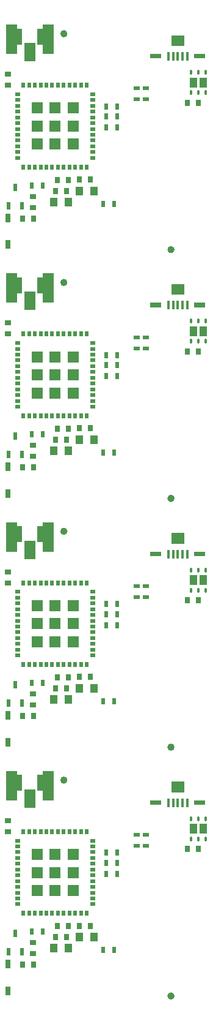
<source format=gbp>
G04*
G04 #@! TF.GenerationSoftware,Altium Limited,Altium Designer,18.1.7 (191)*
G04*
G04 Layer_Color=128*
%FSLAX25Y25*%
%MOIN*%
G70*
G01*
G75*
%ADD12R,0.03000X0.03400*%
%ADD13R,0.06000X0.16000*%
%ADD15R,0.03400X0.03000*%
%ADD31R,0.01968X0.03150*%
%ADD32R,0.03150X0.01968*%
%ADD33R,0.06299X0.06299*%
%ADD34R,0.02400X0.03400*%
G04:AMPARAMS|DCode=36|XSize=15.75mil|YSize=23.62mil|CornerRadius=3.94mil|HoleSize=0mil|Usage=FLASHONLY|Rotation=0.000|XOffset=0mil|YOffset=0mil|HoleType=Round|Shape=RoundedRectangle|*
%AMROUNDEDRECTD36*
21,1,0.01575,0.01575,0,0,0.0*
21,1,0.00787,0.02362,0,0,0.0*
1,1,0.00787,0.00394,-0.00787*
1,1,0.00787,-0.00394,-0.00787*
1,1,0.00787,-0.00394,0.00787*
1,1,0.00787,0.00394,0.00787*
%
%ADD36ROUNDEDRECTD36*%
%ADD37R,0.02400X0.03900*%
%ADD38R,0.02800X0.04800*%
%ADD39R,0.01575X0.05118*%
%ADD41R,0.04200X0.08700*%
%ADD42R,0.04200X0.04200*%
%ADD43R,0.06000X0.10000*%
%ADD44R,0.03900X0.04900*%
%ADD45R,0.03400X0.02400*%
%ADD47C,0.01968*%
%ADD84R,0.03937X0.05512*%
G36*
X121230Y529020D02*
X114144D01*
Y534925D01*
X121230D01*
Y529020D01*
D02*
G37*
G36*
X132648Y522327D02*
X126742D01*
Y524689D01*
X132648D01*
Y522327D01*
D02*
G37*
G36*
X108632D02*
X102726D01*
Y524689D01*
X108632D01*
Y522327D01*
D02*
G37*
G36*
X121230Y393606D02*
X114144D01*
Y399511D01*
X121230D01*
Y393606D01*
D02*
G37*
G36*
X132648Y386913D02*
X126742D01*
Y389275D01*
X132648D01*
Y386913D01*
D02*
G37*
G36*
X108632D02*
X102726D01*
Y389275D01*
X108632D01*
Y386913D01*
D02*
G37*
G36*
X121230Y258193D02*
X114144D01*
Y264098D01*
X121230D01*
Y258193D01*
D02*
G37*
G36*
X132648Y251500D02*
X126742D01*
Y253862D01*
X132648D01*
Y251500D01*
D02*
G37*
G36*
X108632D02*
X102726D01*
Y253862D01*
X108632D01*
Y251500D01*
D02*
G37*
G36*
X121230Y122780D02*
X114144D01*
Y128685D01*
X121230D01*
Y122780D01*
D02*
G37*
G36*
X132648Y116087D02*
X126742D01*
Y118449D01*
X132648D01*
Y116087D01*
D02*
G37*
G36*
X108632D02*
X102726D01*
Y118449D01*
X108632D01*
Y116087D01*
D02*
G37*
D12*
X33000Y29000D02*
D03*
X39000D02*
D03*
X64000Y50200D02*
D03*
X70000D02*
D03*
X57000Y44000D02*
D03*
X51000D02*
D03*
X58000Y50000D02*
D03*
X52000D02*
D03*
X129000Y92000D02*
D03*
X123000D02*
D03*
X33000Y164413D02*
D03*
X39000D02*
D03*
X64000Y185613D02*
D03*
X70000D02*
D03*
X57000Y179413D02*
D03*
X51000D02*
D03*
X58000Y185413D02*
D03*
X52000D02*
D03*
X129000Y227413D02*
D03*
X123000D02*
D03*
X33000Y299827D02*
D03*
X39000D02*
D03*
X64000Y321027D02*
D03*
X70000D02*
D03*
X57000Y314827D02*
D03*
X51000D02*
D03*
X58000Y320827D02*
D03*
X52000D02*
D03*
X129000Y362827D02*
D03*
X123000D02*
D03*
X33000Y435240D02*
D03*
X39000D02*
D03*
X64000Y456440D02*
D03*
X70000D02*
D03*
X57000Y450240D02*
D03*
X51000D02*
D03*
X58000Y456240D02*
D03*
X52000D02*
D03*
X129000Y498240D02*
D03*
X123000D02*
D03*
D13*
X46900Y126500D02*
D03*
X26900D02*
D03*
X46900Y261913D02*
D03*
X26900D02*
D03*
X46900Y397327D02*
D03*
X26900D02*
D03*
X46900Y532740D02*
D03*
X26900D02*
D03*
D15*
X25100Y107500D02*
D03*
Y101500D02*
D03*
X38500Y41000D02*
D03*
Y35000D02*
D03*
X25100Y242913D02*
D03*
Y236913D02*
D03*
X38500Y176413D02*
D03*
Y170413D02*
D03*
X25100Y378327D02*
D03*
Y372327D02*
D03*
X38500Y311827D02*
D03*
Y305827D02*
D03*
X25100Y513740D02*
D03*
Y507740D02*
D03*
X38500Y447240D02*
D03*
Y441240D02*
D03*
D31*
X67996Y57012D02*
D03*
X64846D02*
D03*
X61697D02*
D03*
X58547D02*
D03*
X55398D02*
D03*
X52248D02*
D03*
X49098D02*
D03*
X45949D02*
D03*
X42799D02*
D03*
X39650D02*
D03*
X36500D02*
D03*
X33350D02*
D03*
Y101500D02*
D03*
X36500D02*
D03*
X39650D02*
D03*
X42799D02*
D03*
X45949D02*
D03*
X49098D02*
D03*
X52248D02*
D03*
X55398D02*
D03*
X58547D02*
D03*
X61697D02*
D03*
X64846D02*
D03*
X67996D02*
D03*
Y192425D02*
D03*
X64846D02*
D03*
X61697D02*
D03*
X58547D02*
D03*
X55398D02*
D03*
X52248D02*
D03*
X49098D02*
D03*
X45949D02*
D03*
X42799D02*
D03*
X39650D02*
D03*
X36500D02*
D03*
X33350D02*
D03*
Y236913D02*
D03*
X36500D02*
D03*
X39650D02*
D03*
X42799D02*
D03*
X45949D02*
D03*
X49098D02*
D03*
X52248D02*
D03*
X55398D02*
D03*
X58547D02*
D03*
X61697D02*
D03*
X64846D02*
D03*
X67996D02*
D03*
Y327839D02*
D03*
X64846D02*
D03*
X61697D02*
D03*
X58547D02*
D03*
X55398D02*
D03*
X52248D02*
D03*
X49098D02*
D03*
X45949D02*
D03*
X42799D02*
D03*
X39650D02*
D03*
X36500D02*
D03*
X33350D02*
D03*
Y372327D02*
D03*
X36500D02*
D03*
X39650D02*
D03*
X42799D02*
D03*
X45949D02*
D03*
X49098D02*
D03*
X52248D02*
D03*
X55398D02*
D03*
X58547D02*
D03*
X61697D02*
D03*
X64846D02*
D03*
X67996D02*
D03*
Y463252D02*
D03*
X64846D02*
D03*
X61697D02*
D03*
X58547D02*
D03*
X55398D02*
D03*
X52248D02*
D03*
X49098D02*
D03*
X45949D02*
D03*
X42799D02*
D03*
X39650D02*
D03*
X36500D02*
D03*
X33350D02*
D03*
Y507740D02*
D03*
X36500D02*
D03*
X39650D02*
D03*
X42799D02*
D03*
X45949D02*
D03*
X49098D02*
D03*
X52248D02*
D03*
X55398D02*
D03*
X58547D02*
D03*
X61697D02*
D03*
X64846D02*
D03*
X67996D02*
D03*
D32*
X30201Y61933D02*
D03*
Y65083D02*
D03*
Y68232D02*
D03*
Y71382D02*
D03*
Y74532D02*
D03*
Y77681D02*
D03*
Y80831D02*
D03*
Y83980D02*
D03*
Y87130D02*
D03*
Y90280D02*
D03*
Y93429D02*
D03*
Y96579D02*
D03*
X71146D02*
D03*
Y93429D02*
D03*
Y90280D02*
D03*
Y87130D02*
D03*
Y83980D02*
D03*
Y80831D02*
D03*
Y77681D02*
D03*
Y74532D02*
D03*
Y71382D02*
D03*
Y68232D02*
D03*
Y65083D02*
D03*
Y61933D02*
D03*
X30201Y197346D02*
D03*
Y200496D02*
D03*
Y203646D02*
D03*
Y206795D02*
D03*
Y209945D02*
D03*
Y213094D02*
D03*
Y216244D02*
D03*
Y219394D02*
D03*
Y222543D02*
D03*
Y225693D02*
D03*
Y228842D02*
D03*
Y231992D02*
D03*
X71146D02*
D03*
Y228842D02*
D03*
Y225693D02*
D03*
Y222543D02*
D03*
Y219394D02*
D03*
Y216244D02*
D03*
Y213094D02*
D03*
Y209945D02*
D03*
Y206795D02*
D03*
Y203646D02*
D03*
Y200496D02*
D03*
Y197346D02*
D03*
X30201Y332760D02*
D03*
Y335910D02*
D03*
Y339059D02*
D03*
Y342209D02*
D03*
Y345358D02*
D03*
Y348508D02*
D03*
Y351658D02*
D03*
Y354807D02*
D03*
Y357957D02*
D03*
Y361106D02*
D03*
Y364256D02*
D03*
Y367406D02*
D03*
X71146D02*
D03*
Y364256D02*
D03*
Y361106D02*
D03*
Y357957D02*
D03*
Y354807D02*
D03*
Y351658D02*
D03*
Y348508D02*
D03*
Y345358D02*
D03*
Y342209D02*
D03*
Y339059D02*
D03*
Y335910D02*
D03*
Y332760D02*
D03*
X30201Y468173D02*
D03*
Y471323D02*
D03*
Y474473D02*
D03*
Y477622D02*
D03*
Y480772D02*
D03*
Y483921D02*
D03*
Y487071D02*
D03*
Y490221D02*
D03*
Y493370D02*
D03*
Y496520D02*
D03*
Y499669D02*
D03*
Y502819D02*
D03*
X71146D02*
D03*
Y499669D02*
D03*
Y496520D02*
D03*
Y493370D02*
D03*
Y490221D02*
D03*
Y487071D02*
D03*
Y483921D02*
D03*
Y480772D02*
D03*
Y477622D02*
D03*
Y474473D02*
D03*
Y471323D02*
D03*
Y468173D02*
D03*
D33*
X50673Y79256D02*
D03*
Y89098D02*
D03*
X60515D02*
D03*
Y79256D02*
D03*
Y69413D02*
D03*
X50673D02*
D03*
X40830D02*
D03*
Y79256D02*
D03*
Y89098D02*
D03*
X50673Y214669D02*
D03*
Y224512D02*
D03*
X60515D02*
D03*
Y214669D02*
D03*
Y204826D02*
D03*
X50673D02*
D03*
X40830D02*
D03*
Y214669D02*
D03*
Y224512D02*
D03*
X50673Y350082D02*
D03*
Y359925D02*
D03*
X60515D02*
D03*
Y350082D02*
D03*
Y340240D02*
D03*
X50673D02*
D03*
X40830D02*
D03*
Y350082D02*
D03*
Y359925D02*
D03*
X50673Y485496D02*
D03*
Y495338D02*
D03*
X60515D02*
D03*
Y485496D02*
D03*
Y475653D02*
D03*
X50673D02*
D03*
X40830D02*
D03*
Y485496D02*
D03*
Y495338D02*
D03*
D34*
X77000Y37000D02*
D03*
X83000D02*
D03*
X38000Y47000D02*
D03*
X44000D02*
D03*
X84500Y78500D02*
D03*
X78500D02*
D03*
Y90000D02*
D03*
X84500D02*
D03*
X78500Y84500D02*
D03*
X84500D02*
D03*
X77000Y172413D02*
D03*
X83000D02*
D03*
X38000Y182413D02*
D03*
X44000D02*
D03*
X84500Y213913D02*
D03*
X78500D02*
D03*
Y225413D02*
D03*
X84500D02*
D03*
X78500Y219913D02*
D03*
X84500D02*
D03*
X77000Y307827D02*
D03*
X83000D02*
D03*
X38000Y317827D02*
D03*
X44000D02*
D03*
X84500Y349327D02*
D03*
X78500D02*
D03*
Y360827D02*
D03*
X84500D02*
D03*
X78500Y355327D02*
D03*
X84500D02*
D03*
X77000Y443240D02*
D03*
X83000D02*
D03*
X38000Y453240D02*
D03*
X44000D02*
D03*
X84500Y484740D02*
D03*
X78500D02*
D03*
Y496240D02*
D03*
X84500D02*
D03*
X78500Y490740D02*
D03*
X84500D02*
D03*
D36*
X132937Y108512D02*
D03*
X129000D02*
D03*
X125063D02*
D03*
X132937Y97488D02*
D03*
X129000D02*
D03*
X125063D02*
D03*
X132937Y243925D02*
D03*
X129000D02*
D03*
X125063D02*
D03*
X132937Y232902D02*
D03*
X129000D02*
D03*
X125063D02*
D03*
X132937Y379339D02*
D03*
X129000D02*
D03*
X125063D02*
D03*
X132937Y368315D02*
D03*
X129000D02*
D03*
X125063D02*
D03*
X132937Y514752D02*
D03*
X129000D02*
D03*
X125063D02*
D03*
X132937Y503728D02*
D03*
X129000D02*
D03*
X125063D02*
D03*
D37*
X32700Y36000D02*
D03*
X25300D02*
D03*
X29000Y46000D02*
D03*
X32700Y171413D02*
D03*
X25300D02*
D03*
X29000Y181413D02*
D03*
X32700Y306827D02*
D03*
X25300D02*
D03*
X29000Y316827D02*
D03*
X32700Y442240D02*
D03*
X25300D02*
D03*
X29000Y452240D02*
D03*
D38*
X25000Y14700D02*
D03*
Y29300D02*
D03*
Y150113D02*
D03*
Y164713D02*
D03*
Y285527D02*
D03*
Y300127D02*
D03*
Y420940D02*
D03*
Y435540D02*
D03*
D39*
X117687Y117150D02*
D03*
X115128D02*
D03*
X120247D02*
D03*
X112569D02*
D03*
X122806D02*
D03*
X117687Y252563D02*
D03*
X115128D02*
D03*
X120247D02*
D03*
X112569D02*
D03*
X122806D02*
D03*
X117687Y387976D02*
D03*
X115128D02*
D03*
X120247D02*
D03*
X112569D02*
D03*
X122806D02*
D03*
X117687Y523390D02*
D03*
X115128D02*
D03*
X120247D02*
D03*
X112569D02*
D03*
X122806D02*
D03*
D41*
X43100Y128000D02*
D03*
X30550D02*
D03*
X43100Y263413D02*
D03*
X30550D02*
D03*
X43100Y398827D02*
D03*
X30550D02*
D03*
X43100Y534240D02*
D03*
X30550D02*
D03*
D42*
X36800Y121700D02*
D03*
Y257113D02*
D03*
Y392527D02*
D03*
Y527940D02*
D03*
D43*
X36900Y119500D02*
D03*
Y254913D02*
D03*
Y390327D02*
D03*
Y525740D02*
D03*
D44*
X50000Y38000D02*
D03*
X58000D02*
D03*
X72000Y44000D02*
D03*
X64000D02*
D03*
X50000Y173413D02*
D03*
X58000D02*
D03*
X72000Y179413D02*
D03*
X64000D02*
D03*
X50000Y308827D02*
D03*
X58000D02*
D03*
X72000Y314827D02*
D03*
X64000D02*
D03*
X50000Y444240D02*
D03*
X58000D02*
D03*
X72000Y450240D02*
D03*
X64000D02*
D03*
D45*
X95300Y99700D02*
D03*
Y93700D02*
D03*
X100300Y99700D02*
D03*
Y93700D02*
D03*
X95300Y235113D02*
D03*
Y229113D02*
D03*
X100300Y235113D02*
D03*
Y229113D02*
D03*
X95300Y370527D02*
D03*
Y364527D02*
D03*
X100300Y370527D02*
D03*
Y364527D02*
D03*
X95300Y505940D02*
D03*
Y499940D02*
D03*
X100300Y505940D02*
D03*
Y499940D02*
D03*
D47*
X56484Y129500D02*
G03*
X56484Y129500I-984J0D01*
G01*
X114984Y12000D02*
G03*
X114984Y12000I-984J0D01*
G01*
X56484Y264913D02*
G03*
X56484Y264913I-984J0D01*
G01*
X114984Y147413D02*
G03*
X114984Y147413I-984J0D01*
G01*
X56484Y400327D02*
G03*
X56484Y400327I-984J0D01*
G01*
X114984Y282827D02*
G03*
X114984Y282827I-984J0D01*
G01*
X56484Y535740D02*
G03*
X56484Y535740I-984J0D01*
G01*
X114984Y418240D02*
G03*
X114984Y418240I-984J0D01*
G01*
D84*
X131559Y103000D02*
D03*
X126342Y103000D02*
D03*
X131559Y238414D02*
D03*
X126342Y238414D02*
D03*
X131559Y373827D02*
D03*
X126342Y373827D02*
D03*
X131559Y509240D02*
D03*
X126342Y509240D02*
D03*
M02*

</source>
